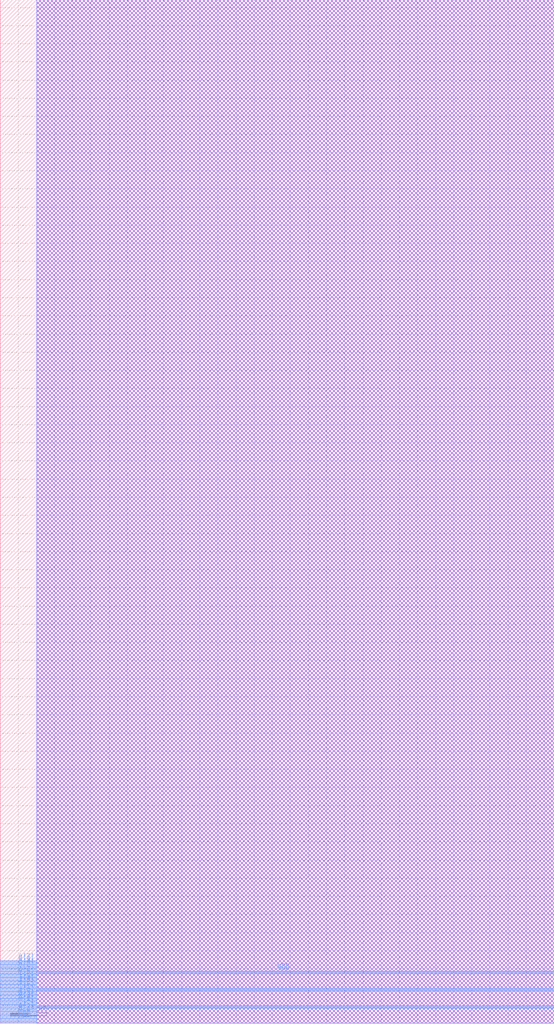
<source format=lef>
VERSION 5.6 ;
BUSBITCHARS "[]" ;
DIVIDERCHAR "/" ;

MACRO SRAM1RW1024x8
  CLASS BLOCK ;
  ORIGIN 0 0 ;
  FOREIGN SRAM1RW1024x8 0 0 ;
  SIZE 61.088 BY 112.832 ;
  SYMMETRY X Y ;
  SITE asap7sc7p5t ;
  PIN VDD
    DIRECTION INOUT ;
    USE POWER ;
    PORT 
      LAYER M4 ;
        RECT 0.0 1.632 61.088 1.728 ;
        RECT 0.0 3.552 61.088 3.648 ;
        RECT 0.0 5.472 61.088 5.568 ;
    END 
  END VDD
  PIN VSS
    DIRECTION INOUT ;
    USE GROUND ;
    PORT 
      LAYER M4 ;
        RECT 0.0 1.824 61.088 1.92 ;
        RECT 0.0 3.744 61.088 3.84 ;
        RECT 0.0 5.664 61.088 5.76 ;
    END 
  END VSS
  PIN CE
    DIRECTION INPUT ;
    USE SIGNAL ;
    PORT 
      LAYER M4 ;
        RECT 0.0 0.096 4.0 0.192 ;
    END 
  END CE
  PIN WEB
    DIRECTION INPUT ;
    USE SIGNAL ;
    PORT 
      LAYER M4 ;
        RECT 0.0 0.288 4.0 0.384 ;
    END 
  END WEB
  PIN OEB
    DIRECTION INPUT ;
    USE SIGNAL ;
    PORT 
      LAYER M4 ;
        RECT 0.0 0.48 4.0 0.576 ;
    END 
  END OEB
  PIN CSB
    DIRECTION INPUT ;
    USE SIGNAL ;
    PORT 
      LAYER M4 ;
        RECT 0.0 0.672 4.0 0.768 ;
    END 
  END CSB
  PIN A[0]
    DIRECTION INPUT ;
    USE SIGNAL ;
    PORT 
      LAYER M4 ;
        RECT 0.0 0.864 4.0 0.96 ;
    END 
  END A[0]
  PIN A[1]
    DIRECTION INPUT ;
    USE SIGNAL ;
    PORT 
      LAYER M4 ;
        RECT 0.0 1.056 4.0 1.152 ;
    END 
  END A[1]
  PIN A[2]
    DIRECTION INPUT ;
    USE SIGNAL ;
    PORT 
      LAYER M4 ;
        RECT 0.0 1.248 4.0 1.344 ;
    END 
  END A[2]
  PIN A[3]
    DIRECTION INPUT ;
    USE SIGNAL ;
    PORT 
      LAYER M4 ;
        RECT 0.0 1.44 4.0 1.536 ;
    END 
  END A[3]
  PIN A[4]
    DIRECTION INPUT ;
    USE SIGNAL ;
    PORT 
      LAYER M4 ;
        RECT 0.0 2.016 4.0 2.112 ;
    END 
  END A[4]
  PIN A[5]
    DIRECTION INPUT ;
    USE SIGNAL ;
    PORT 
      LAYER M4 ;
        RECT 0.0 2.208 4.0 2.304 ;
    END 
  END A[5]
  PIN A[6]
    DIRECTION INPUT ;
    USE SIGNAL ;
    PORT 
      LAYER M4 ;
        RECT 0.0 2.4 4.0 2.496 ;
    END 
  END A[6]
  PIN A[7]
    DIRECTION INPUT ;
    USE SIGNAL ;
    PORT 
      LAYER M4 ;
        RECT 0.0 2.592 4.0 2.688 ;
    END 
  END A[7]
  PIN A[8]
    DIRECTION INPUT ;
    USE SIGNAL ;
    PORT 
      LAYER M4 ;
        RECT 0.0 2.784 4.0 2.88 ;
    END 
  END A[8]
  PIN A[9]
    DIRECTION INPUT ;
    USE SIGNAL ;
    PORT 
      LAYER M4 ;
        RECT 0.0 2.976 4.0 3.072 ;
    END 
  END A[9]
  PIN I[0]
    DIRECTION INPUT ;
    USE SIGNAL ;
    PORT 
      LAYER M4 ;
        RECT 0.0 3.168 4.0 3.264 ;
    END 
  END I[0]
  PIN I[1]
    DIRECTION INPUT ;
    USE SIGNAL ;
    PORT 
      LAYER M4 ;
        RECT 0.0 3.36 4.0 3.456 ;
    END 
  END I[1]
  PIN I[2]
    DIRECTION INPUT ;
    USE SIGNAL ;
    PORT 
      LAYER M4 ;
        RECT 0.0 3.936 4.0 4.032 ;
    END 
  END I[2]
  PIN I[3]
    DIRECTION INPUT ;
    USE SIGNAL ;
    PORT 
      LAYER M4 ;
        RECT 0.0 4.128 4.0 4.224 ;
    END 
  END I[3]
  PIN I[4]
    DIRECTION INPUT ;
    USE SIGNAL ;
    PORT 
      LAYER M4 ;
        RECT 0.0 4.32 4.0 4.416 ;
    END 
  END I[4]
  PIN I[5]
    DIRECTION INPUT ;
    USE SIGNAL ;
    PORT 
      LAYER M4 ;
        RECT 0.0 4.512 4.0 4.608 ;
    END 
  END I[5]
  PIN I[6]
    DIRECTION INPUT ;
    USE SIGNAL ;
    PORT 
      LAYER M4 ;
        RECT 0.0 4.704 4.0 4.8 ;
    END 
  END I[6]
  PIN I[7]
    DIRECTION INPUT ;
    USE SIGNAL ;
    PORT 
      LAYER M4 ;
        RECT 0.0 4.896 4.0 4.992 ;
    END 
  END I[7]
  PIN O[0]
    DIRECTION OUTPUT ;
    USE SIGNAL ;
    PORT 
      LAYER M4 ;
        RECT 0.0 5.088 4.0 5.184 ;
    END 
  END O[0]
  PIN O[1]
    DIRECTION OUTPUT ;
    USE SIGNAL ;
    PORT 
      LAYER M4 ;
        RECT 0.0 5.28 4.0 5.376 ;
    END 
  END O[1]
  PIN O[2]
    DIRECTION OUTPUT ;
    USE SIGNAL ;
    PORT 
      LAYER M4 ;
        RECT 0.0 5.856 4.0 5.952 ;
    END 
  END O[2]
  PIN O[3]
    DIRECTION OUTPUT ;
    USE SIGNAL ;
    PORT 
      LAYER M4 ;
        RECT 0.0 6.048 4.0 6.144 ;
    END 
  END O[3]
  PIN O[4]
    DIRECTION OUTPUT ;
    USE SIGNAL ;
    PORT 
      LAYER M4 ;
        RECT 0.0 6.24 4.0 6.336 ;
    END 
  END O[4]
  PIN O[5]
    DIRECTION OUTPUT ;
    USE SIGNAL ;
    PORT 
      LAYER M4 ;
        RECT 0.0 6.432 4.0 6.528 ;
    END 
  END O[5]
  PIN O[6]
    DIRECTION OUTPUT ;
    USE SIGNAL ;
    PORT 
      LAYER M4 ;
        RECT 0.0 6.624 4.0 6.72 ;
    END 
  END O[6]
  PIN O[7]
    DIRECTION OUTPUT ;
    USE SIGNAL ;
    PORT 
      LAYER M4 ;
        RECT 0.0 6.816 4.0 6.912 ;
    END 
  END O[7]
  OBS 
    LAYER M1 ;
      RECT 4.0 0.0 61.088 112.832 ;
    LAYER M2 ;
      RECT 4.0 0.0 61.088 112.832 ;
    LAYER M3 ;
      RECT 4.0 0.0 61.088 112.832 ;
  END 
END SRAM1RW1024x8

END LIBRARY
</source>
